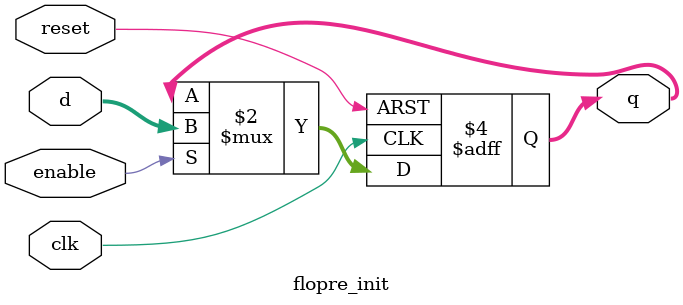
<source format=sv>
module flopre_init #(parameter N = 64, RESET_VAL = {N{1'b0}}) (
    input logic clk, reset, enable,
    input logic[N-1:0] d, 
    output logic[N-1:0] q
);

always_ff @(posedge clk, posedge reset)
    if(reset) 
        q <= RESET_VAL;
    else if (enable) 
        q <= d;
    
    
endmodule
</source>
